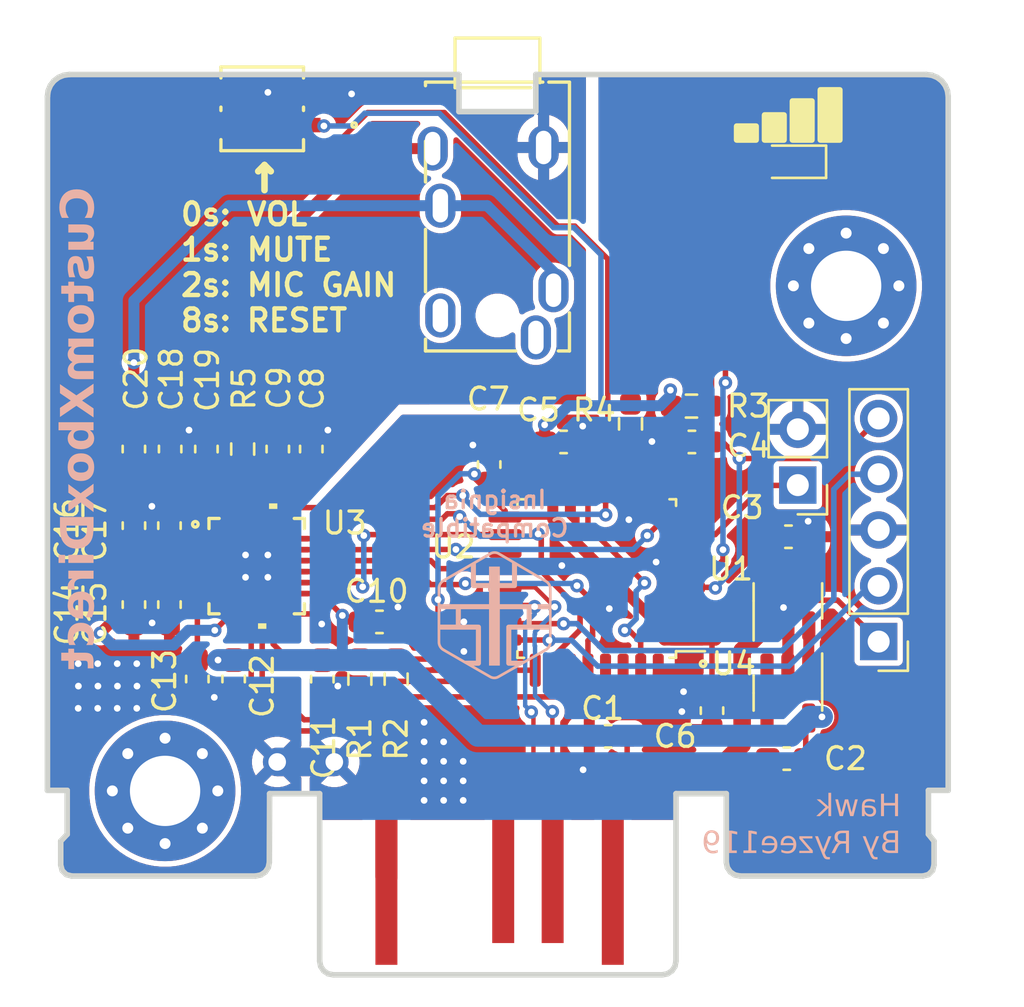
<source format=kicad_pcb>
(kicad_pcb (version 20241229) (generator "pcbnew") (generator_version "9.0")
  (title_block (title "Hawk") (date "March 2024") (rev "1") (company "Ryzee119"))
  (layers (0 "F.Cu" signal) (2 "B.Cu" signal) (13 "F.Paste" user) (15 "B.Paste" user) (5 "F.SilkS" user "F.Silkscreen") (7 "B.SilkS" user "B.Silkscreen") (1 "F.Mask" user) (3 "B.Mask" user) (25 "Edge.Cuts" user))
  (net 0 "")
  (net 1 "GND")
  (net 2 "+1V8")
  (net 3 "/NRESET")
  (net 4 "+5V")
  (net 5 "/SWDCLK")
  (net 6 "/I2C1_SCL")
  (net 7 "/I2C1_SDA")
  (net 8 "/USB_DP")
  (net 9 "/UART2_TX")
  (net 10 "/MCLK")
  (net 11 "/!IRQ")
  (net 12 "/BCLK")
  (net 13 "/LPCLK")
  (net 14 "/SDIN")
  (net 15 "/SDOUT")
  (net 16 "Net-(D1-K)")
  (net 17 "Net-(D1-A)")
  (net 18 "GNDA")
  (net 19 "/USB_DN")
  (net 20 "Net-(U3-MICLN)")
  (net 21 "Net-(U3-MICLP)")
  (net 22 "Net-(U3-REF)")
  (net 23 "Net-(U3-PREG)")
  (net 24 "Net-(U3-REG)")
  (net 25 "Net-(U3-MICBIAS)")
  (net 28 "Net-(U2-PB0)")
  (net 37 "/SWDIO")
  (net 40 "/MIC")
  (net 41 "/SPKR")
  (net 42 "+3V3")
  (net 43 "Net-(U3-OUTP)")
  (footprint "Capacitor_SMD:C_0603_1608Metric_Pad1.08x0.95mm_HandSolder" (layer "F.Cu") (at 158.3944 110.8456 -90)
    (property "Reference" "C6")
    (property "Value" "100nF")
  )
  (footprint "Capacitor_SMD:C_0603_1608Metric_Pad1.08x0.95mm_HandSolder" (layer "F.Cu") (at 153.67 112.014 180)
    (property "Reference" "C1")
    (property "Value" "10uF")
  )
  (footprint "MountingHole:MountingHole_3.2mm_M3_Pad_Via" (layer "F.Cu") (at 133.5 114.5)
    (property "Reference" "H1" (hide yes))
    (property "Value" "MountingHole")
  )
  (footprint "Resistor_SMD:R_0603_1608Metric_Pad0.98x0.95mm_HandSolder" (layer "F.Cu") (at 154.686 97.79 -90)
    (property "Reference" "R4")
    (property "Value" "1.5k" (hide yes))
  )
  (footprint "Capacitor_SMD:C_0603_1608Metric_Pad1.08x0.95mm_HandSolder" (layer "F.Cu") (at 140.1547 98.933 -90)
    (property "Reference" "C8")
    (property "Value" "1uF" (hide yes))
  )
  (footprint "NetTie:NetTie-2_THT_Pad1.0mm" (layer "F.Cu") (at 141.2032 113.1824 180)
    (property "Reference" "NT1" (hide yes))
    (property "Value" "NetTie_2" (hide yes))
  )
  (footprint "Connector_PinHeader_2.54mm:PinHeader_1x02_P2.54mm_Vertical" (layer "F.Cu") (at 162.3 100.575 180)
    (property "Reference" "J1" (hide yes))
    (property "Value" "UART2")
  )
  (footprint "TestPoint:TestPoint_Pad_1.0x1.0mm" (layer "F.Cu") (at 148.890614 117.929844 180)
    (property "Reference" "TP4" (hide yes))
    (property "Value" "USB_DP")
  )
  (footprint "Capacitor_SMD:C_0603_1608Metric_Pad1.08x0.95mm_HandSolder" (layer "F.Cu") (at 157.48 98.61 180)
    (property "Reference" "C4")
    (property "Value" "100nF")
  )
  (footprint "EVQ_P7L01P:EVQ_P7_PAN" (layer "F.Cu") (at 137.922 83.439 180)
    (property "Reference" "SW1" (hide yes))
    (property "Value" "EVQ-P7L01P" (hide yes))
  )
  (footprint "Capacitor_SMD:C_0603_1608Metric_Pad1.08x0.95mm_HandSolder" (layer "F.Cu") (at 161.798 113.03 180)
    (property "Reference" "C2")
    (property "Value" "10uF")
  )
  (footprint "Capacitor_SMD:C_0603_1608Metric_Pad1.08x0.95mm_HandSolder" (layer "F.Cu") (at 138.6307 98.933 -90)
    (property "Reference" "C9")
    (property "Value" "1uF" (hide yes))
  )
  (footprint "Capacitor_SMD:C_0603_1608Metric_Pad1.08x0.95mm_HandSolder" (layer "F.Cu") (at 135.382 98.933 90)
    (property "Reference" "C19")
    (property "Value" "1uF" (hide yes))
  )
  (footprint "Package_TO_SOT_SMD:SOT-23-5" (layer "F.Cu") (at 161.8488 105.8473 90)
    (property "Reference" "U1")
    (property "Value" "MIC5504-3.3YM5")
  )
  (footprint "Resistor_SMD:R_0603_1608Metric_Pad0.98x0.95mm_HandSolder" (layer "F.Cu") (at 142.367 109.411 -90)
    (property "Reference" "R1")
    (property "Value" "1.5k" (hide yes))
  )
  (footprint "Package_QFP:LQFP-32_7x7mm_P0.8mm" (layer "F.Cu") (at 153.1485 104.8295 180)
    (property "Reference" "U2")
    (property "Value" "STM32G431K6Tx")
  )
  (footprint "Capacitor_SMD:C_0603_1608Metric_Pad1.08x0.95mm_HandSolder" (layer "F.Cu") (at 161.8753 102.9263)
    (property "Reference" "C3")
    (property "Value" "10uF")
  )
  (footprint "Capacitor_SMD:C_0603_1608Metric_Pad1.08x0.95mm_HandSolder" (layer "F.Cu") (at 133.731 98.933 90)
    (property "Reference" "C18")
    (property "Value" "1uF" (hide yes))
  )
  (footprint "LED_SMD:LED_0603_1608Metric_Pad1.05x0.95mm_HandSolder" (layer "F.Cu") (at 161.9275 85.8495 180)
    (property "Reference" "D1" (hide yes))
    (property "Value" "LED")
  )
  (footprint "Capacitor_SMD:C_0603_1608Metric_Pad1.08x0.95mm_HandSolder" (layer "F.Cu") (at 140.6591 109.411 -90)
    (property "Reference" "C11")
    (property "Value" "1uF")
  )
  (footprint "Capacitor_SMD:C_0603_1608Metric_Pad1.08x0.95mm_HandSolder" (layer "F.Cu") (at 148.2525 99.6385 90)
    (property "Reference" "C7")
    (property "Value" "100nF")
  )
  (footprint "Capacitor_SMD:C_0603_1608Metric_Pad1.08x0.95mm_HandSolder" (layer "F.Cu") (at 136.6207 109.405 -90)
    (property "Reference" "C12")
    (property "Value" "10uF")
  )
  (footprint "Capacitor_SMD:C_0603_1608Metric_Pad1.08x0.95mm_HandSolder" (layer "F.Cu") (at 132.0825 102.42 90)
    (property "Reference" "C16")
    (property "Value" "1uF")
  )
  (footprint "Connector_PinHeader_2.54mm:PinHeader_1x05_P2.54mm_Vertical" (layer "F.Cu") (at 165.98 107.7 180)
    (property "Reference" "J2" (hide yes))
    (property "Value" "SWD")
  )
  (footprint "Package_TO_SOT_SMD:SOT-23-5" (layer "F.Cu") (at 161.8488 110.0438 -90)
    (property "Reference" "U4")
    (property "Value" "MIC5504-1.8YM5")
  )
  (footprint "Capacitor_SMD:C_0603_1608Metric_Pad1.08x0.95mm_HandSolder" (layer "F.Cu") (at 133.6997 106.016 -90)
    (property "Reference" "C15")
    (property "Value" "1uF")
  )
  (footprint "MAX9860:21-0139I_T2444-4_MXM" (layer "F.Cu") (at 137.6705 104.2645)
    (property "Reference" "U3")
    (property "Value" "MAX9860ETG+T")
  )
  (footprint "Capacitor_SMD:C_0603_1608Metric_Pad1.08x0.95mm_HandSolder" (layer "F.Cu") (at 133.6997 102.42 90)
    (property "Reference" "C17")
    (property "Value" "1uF")
  )
  (footprint "Capacitor_SMD:C_0603_1608Metric_Pad1.08x0.95mm_HandSolder" (layer "F.Cu") (at 151.6391 98.61)
    (property "Reference" "C5")
    (property "Value" "100nF")
  )
  (footprint "MountingHole:MountingHole_3.2mm_M3_Pad_Via" (layer "F.Cu") (at 164.5 91.5)
    (property "Reference" "H2" (hide yes))
    (property "Value" "MountingHole")
  )
  (footprint "54-00298:54-00298" (layer "F.Cu") (at 148.63 82.35)
    (property "Reference" "J3" (hide yes))
    (property "Value" "54-00298" (hide yes))
  )
  (footprint "TestPoint:TestPoint_Pad_1.0x1.0mm" (layer "F.Cu") (at 151.141155 117.929844 180)
    (property "Reference" "TP3" (hide yes))
    (property "Value" "USB_DM")
  )
  (footprint "Capacitor_SMD:C_0603_1608Metric_Pad1.08x0.95mm_HandSolder" (layer "F.Cu") (at 132.08 98.933 -90)
    (property "Reference" "C20")
    (property "Value" "10uF" (hide yes))
  )
  (footprint "Resistor_SMD:R_0603_1608Metric_Pad0.98x0.95mm_HandSolder" (layer "F.Cu") (at 137.033 98.933 -90)
    (property "Reference" "R5")
    (property "Value" "1.5k" (hide yes))
  )
  (footprint "Capacitor_SMD:C_0603_1608Metric_Pad1.08x0.95mm_HandSolder" (layer "F.Cu") (at 143.2585 106.8045)
    (property "Reference" "C10")
    (property "Value" "1uF")
  )
  (footprint "TestPoint:TestPoint_Pad_1.0x1.0mm" (layer "F.Cu") (at 153.878516 118.421729 180)
    (property "Reference" "TP1" (hide yes))
    (property "Value" "USB_5V")
  )
  (footprint "Resistor_SMD:R_0603_1608Metric_Pad0.98x0.95mm_HandSolder" (layer "F.Cu") (at 144.018 109.411 -90)
    (property "Reference" "R2")
    (property "Value" "1.5k" (hide yes))
  )
  (footprint "TestPoint:TestPoint_Pad_1.0x1.0mm" (layer "F.Cu") (at 143.574057 118.421729 180)
    (property "Reference" "TP2" (hide yes))
    (property "Value" "USB_GND")
  )
  (footprint "Capacitor_SMD:C_0603_1608Metric_Pad1.08x0.95mm_HandSolder" (layer "F.Cu") (at 134.9697 109.405 -90)
    (property "Reference" "C13")
    (property "Value" "100nF")
  )
  (footprint "Resistor_SMD:R_0603_1608Metric_Pad0.98x0.95mm_HandSolder" (layer "F.Cu") (at 157.4605 96.9772 180)
    (property "Reference" "R3")
    (property "Value" "150")
  )
  (footprint "Capacitor_SMD:C_0603_1608Metric_Pad1.08x0.95mm_HandSolder" (layer "F.Cu") (at 132.0825 106.016 -90)
    (property "Reference" "C14")
    (property "Value" "1uF")
  )
  (footprint "LOGO" (layer "B.Cu") (at 148.5 106.5 180)
    (property "Reference" "G***" (hide yes))
    (property "Value" "LOGO" (hide yes))
  )
  (gr_circle (center 134.8765 102.3595) (end 135.0035 102.3595) (stroke (width 0.15)) (fill no) (layer "F.SilkS"))
  (gr_circle (center 157.9905 108.7095) (end 158.1175 108.7095) (stroke (width 0.15)) (fill no) (layer "F.SilkS"))
  (gr_line (start 146.8763 81.8765) (end 129.1455 81.8765) (stroke (width 0.254)) (layer "Edge.Cuts"))
  (gr_line (start 159.4313 118.3289) (end 159.6705 118.3765) (stroke (width 0.254)) (layer "Edge.Cuts"))
  (gr_line (start 128.817 118.1265) (end 129 118.3095) (stroke (width 0.254)) (layer "Edge.Cuts"))
  (gr_line (start 138.1979 117.9907) (end 138.2455 117.7515) (stroke (width 0.254)) (layer "Edge.Cuts"))
  (gr_line (start 150.3763 81.8765) (end 150.3763 83.566) (stroke (width 0.254)) (layer "Edge.Cuts"))
  (gr_line (start 169.1455 114.4765) (end 168.2455 114.4765) (stroke (width 0.254)) (layer "Edge.Cuts"))
  (gr_line (start 168 118.3765) (end 168.25 118.3095) (stroke (width 0.254)) (layer "Edge.Cuts"))
  (gr_line (start 128.4384 82.1694) (end 128.2795 82.3765) (stroke (width 0.254)) (layer "Edge.Cuts"))
  (gr_line (start 168.433 118.1265) (end 168.5 117.8765) (stroke (width 0.254)) (layer "Edge.Cuts"))
  (gr_line (start 169.1114 82.6177) (end 169.0115 82.3765) (stroke (width 0.254)) (layer "Edge.Cuts"))
  (gr_line (start 168 118.3765) (end 159.6705 118.3765) (stroke (width 0.254)) (layer "Edge.Cuts"))
  (gr_line (start 128.2795 82.3765) (end 128.1796 82.6177) (stroke (width 0.254)) (layer "Edge.Cuts"))
  (gr_line (start 137.8597 118.3289) (end 138.0624 118.1934) (stroke (width 0.254)) (layer "Edge.Cuts"))
  (gr_line (start 128.1796 82.6177) (end 128.1455 82.8765) (stroke (width 0.254)) (layer "Edge.Cuts"))
  (gr_line (start 159.2286 118.1934) (end 159.4313 118.3289) (stroke (width 0.254)) (layer "Edge.Cuts"))
  (gr_line (start 129 118.3095) (end 129.25 118.3765) (stroke (width 0.254)) (layer "Edge.Cuts"))
  (gr_line (start 138.0624 118.1934) (end 138.1979 117.9907) (stroke (width 0.254)) (layer "Edge.Cuts"))
  (gr_line (start 140.5355 114.6265) (end 138.258 114.6265) (stroke (width 0.254)) (layer "Edge.Cuts"))
  (gr_line (start 140.7186 122.6934) (end 140.9213 122.8289) (stroke (width 0.254)) (layer "Edge.Cuts"))
  (gr_line (start 168.6455 82.0105) (end 168.4043 81.9106) (stroke (width 0.254)) (layer "Edge.Cuts"))
  (gr_line (start 140.9213 122.8289) (end 141.1605 122.8765) (stroke (width 0.254)) (layer "Edge.Cuts"))
  (gr_line (start 168.2455 114.4765) (end 168.2455 116.4765) (stroke (width 0.254)) (layer "Edge.Cuts"))
  (gr_line (start 156.5724 122.6934) (end 156.7079 122.4907) (stroke (width 0.254)) (layer "Edge.Cuts"))
  (gr_line (start 156.1305 122.8765) (end 141.1605 122.8765) (stroke (width 0.254)) (layer "Edge.Cuts"))
  (gr_line (start 168.25 118.3095) (end 168.433 118.1265) (stroke (width 0.254)) (layer "Edge.Cuts"))
  (gr_line (start 156.7079 122.4907) (end 156.7555 122.2515) (stroke (width 0.254)) (layer "Edge.Cuts"))
  (gr_line (start 137.6205 118.3765) (end 137.8597 118.3289) (stroke (width 0.254)) (layer "Edge.Cuts"))
  (gr_line (start 137.6205 118.3765) (end 129.25 118.3765) (stroke (width 0.254)) (layer "Edge.Cuts"))
  (gr_line (start 140.5831 122.4907) (end 140.7186 122.6934) (stroke (width 0.254)) (layer "Edge.Cuts"))
  (gr_line (start 159.0455 114.6265) (end 159.0455 117.7515) (stroke (width 0.254)) (layer "Edge.Cuts"))
  (gr_line (start 128.6455 82.0105) (end 128.4384 82.1694) (stroke (width 0.254)) (layer "Edge.Cuts"))
  (gr_line (start 129.1455 81.8765) (end 128.8867 81.9106) (stroke (width 0.254)) (layer "Edge.Cuts"))
  (gr_line (start 129.0455 116.4765) (end 128.75 116.7892) (stroke (width 0.254)) (layer "Edge.Cuts"))
  (gr_line (start 168.5 116.7892) (end 168.2455 116.4765) (stroke (width 0.254)) (layer "Edge.Cuts"))
  (gr_line (start 168.1455 81.8765) (end 150.3763 81.8765) (stroke (width 0.254)) (layer "Edge.Cuts"))
  (gr_line (start 156.1305 122.8765) (end 156.3697 122.8289) (stroke (width 0.254)) (layer "Edge.Cuts"))
  (gr_line (start 140.5355 122.2515) (end 140.5831 122.4907) (stroke (width 0.254)) (layer "Edge.Cuts"))
  (gr_line (start 129.0455 114.4765) (end 129.0455 116.4765) (stroke (width 0.254)) (layer "Edge.Cuts"))
  (gr_line (start 168.4043 81.9106) (end 168.1455 81.8765) (stroke (width 0.254)) (layer "Edge.Cuts"))
  (gr_line (start 168.8526 82.1694) (end 168.6455 82.0105) (stroke (width 0.254)) (layer "Edge.Cuts"))
  (gr_line (start 128.8867 81.9106) (end 128.6455 82.0105) (stroke (width 0.254)) (layer "Edge.Cuts"))
  (gr_line (start 128.1455 82.8765) (end 128.1455 114.4765) (stroke (width 0.254)) (layer "Edge.Cuts"))
  (gr_line (start 150.3763 83.566) (end 146.8763 83.566) (stroke (width 0.254)) (layer "Edge.Cuts"))
  (gr_line (start 128.75 117.8765) (end 128.817 118.1265) (stroke (width 0.254)) (layer "Edge.Cuts"))
  (gr_line (start 146.8763 83.566) (end 146.8763 81.8765) (stroke (width 0.254)) (layer "Edge.Cuts"))
  (gr_line (start 156.3697 122.8289) (end 156.5724 122.6934) (stroke (width 0.254)) (layer "Edge.Cuts"))
  (gr_line (start 138.258 114.6265) (end 138.2455 117.7515) (stroke (width 0.254)) (layer "Edge.Cuts"))
  (gr_line (start 159.0455 114.6265) (end 156.7555 114.6265) (stroke (width 0.254)) (layer "Edge.Cuts"))
  (gr_line (start 129.0455 114.4765) (end 128.1455 114.4765) (stroke (width 0.254)) (layer "Edge.Cuts"))
  (gr_line (start 128.75 116.7892) (end 128.75 117.8765) (stroke (width 0.254)) (layer "Edge.Cuts"))
  (gr_line (start 156.7555 114.6265) (end 156.7555 122.2515) (stroke (width 0.254)) (layer "Edge.Cuts"))
  (gr_line (start 140.5355 114.6265) (end 140.5355 122.2515) (stroke (width 0.254)) (layer "Edge.Cuts"))
  (gr_line (start 169.1455 82.8765) (end 169.1114 82.6177) (stroke (width 0.254)) (layer "Edge.Cuts"))
  (gr_line (start 159.0931 117.9907) (end 159.2286 118.1934) (stroke (width 0.254)) (layer "Edge.Cuts"))
  (gr_line (start 169.1455 82.8765) (end 169.1455 114.4765) (stroke (width 0.254)) (layer "Edge.Cuts"))
  (gr_line (start 168.5 116.7892) (end 168.5 117.8765) (stroke (width 0.254)) (layer "Edge.Cuts"))
  (gr_line (start 169.0115 82.3765) (end 168.8526 82.1694) (stroke (width 0.254)) (layer "Edge.Cuts"))
  (gr_line (start 159.0455 117.7515) (end 159.0931 117.9907) (stroke (width 0.254)) (layer "Edge.Cuts"))
  (gr_text "↑" (at 136.9 87.34 0) (layer "F.SilkS") (effects (font (size 1.5 1.5) (thickness 0.3) (bold yes)) (justify left bottom)))
  (gr_text "Hawk\nBy Ryzee119" (at 167 117.5 0) (layer "B.SilkS") (effects (font (size 1 1) (thickness 0.125)) (justify left bottom mirror)))
  (gr_text "Insignia\nCompatible" (at 148.5 103 0) (layer "B.SilkS") (effects (font (size 0.8 0.8)) (justify bottom mirror)))
  (gr_text "CustomXboxDirect" (at 130.5 87 90) (layer "B.SilkS") (effects (font (size 1.5 1.5) (thickness 0.3) (bold yes)) (justify left bottom mirror)))
  (gr_text_box "0s: VOL\n1s: MUTE\n2s: MIC GAIN\n8s: RESET" (start 133.36 86.91) (end 153.36 97.91) (margins 0.75 0.75 0.75 0.75) (layer "F.SilkS") (effects (font (size 1 1) (thickness 0.2) (bold yes)) (justify left top)) (border no))
  (segment (start 152.8075 112.014) (end 152.8075 113.2575) (width 0.25) (layer "F.Cu") (net 1))
  (segment (start 144.1 106.7835) (end 144.121 106.8045) (width 0.5) (layer "F.Cu") (net 1))
  (segment (start 157.0228 111.3536) (end 157.3773 111.7081) (width 0.5) (layer "F.Cu") (net 1))
  (segment (start 154.7985 98.59) (end 154.686 98.7025) (width 0.5) (layer "F.Cu") (net 1))
  (segment (start 140.63 106.84) (end 140.23 106.44) (width 0.25) (layer "F.Cu") (net 1))
  (segment (start 144.1 106.13) (end 144.1 106.7835) (width 0.5) (layer "F.Cu") (net 1))
  (segment (start 151.9485 99.1631) (end 151.9485 100.6545) (width 0.5) (layer "F.Cu") (net 1))
  (segment (start 161.8488 108.9063) (end 161.8488 106.9848) (width 0.5) (layer "F.Cu") (net 1))
  (segment (start 155.66 98.59) (end 156.5975 98.59) (width 0.5) (layer "F.Cu") (net 1))
  (segment (start 141.206167 109.726433) (end 140.6591 110.2735) (width 0.5) (layer "F.Cu") (net 1))
  (segment (start 161.8488 106.3498) (end 161.8488 106.9848) (width 0.25) (layer "F.Cu") (net 1))
  (segment (start 141.362382 109.726433) (end 141.206167 109.726433) (width 0.5) (layer "F.Cu") (net 1))
  (segment (start 147.51 98.75) (end 148.2265 98.75) (width 0.5) (layer "F.Cu") (net 1))
  (segment (start 143.574057 118.421729) (end 143.574057 114.6785) (width 1) (layer "F.Cu") (net 1))
  (segment (start 156.5975 98.59) (end 156.6175 98.61) (width 0.5) (layer "F.Cu") (net 1))
  (segment (start 152.8075 113.2575) (end 152.527 113.538) (width 0.25) (layer "F.Cu") (net 1))
  (segment (start 148.2265 98.75) (end 148.2525 98.776) (width 0.5) (layer "F.Cu") (net 1))
  (segment (start 157.0228 110.888157) (end 157.0228 111.3536) (width 0.5) (layer "F.Cu") (net 1))
  (segment (start 155.66 98.59) (end 154.7985 98.59) (width 0.5) (layer "F.Cu") (net 1))
  (segment (start 161.6495 106.1505) (end 161.8488 106.3498) (width 0.25) (layer "F.Cu") (net 1))
  (segment (start 152.51 98.6016) (end 151.9485 99.1631) (width 0.5) (layer "F.Cu") (net 1))
  (segment (start 140.23 106.44) (end 139.1021 106.44) (width 0.25) (layer "F.Cu") (net 1))
  (segment (start 152.51 97.89) (end 152.51 98.6016) (width 0.5) (layer "F.Cu") (net 1))
  (segment (start 139.1021 106.44) (end 138.9205 106.2584) (width 0.25) (layer "F.Cu") (net 1))
  (segment (start 143.574057 118.421729) (end 143.574057 114.837057) (width 1) (layer "F.Cu") (net 1))
  (segment (start 140.63 106.9) (end 140.63 106.84) (width 0.25) (layer "F.Cu") (net 1))
  (segment (start 157.3773 111.7081) (end 158.3944 111.7081) (width 0.5) (layer "F.Cu") (net 1))
  (via (at 146.1795 112.2655) (size 0.61) (drill 0.305) (layers "F.Cu" "B.Cu") (net 1))
  (via (at 153.72 106.2) (size 0.61) (drill 0.305) (layers "F.Cu" "B.Cu") (net 1))
  (via (at 152.51 97.89) (size 0.61) (drill 0.305) (layers "F.Cu" "B.Cu") (net 1))
  (via (at 145.2905 112.2655) (size 0.61) (drill 0.305) (layers "F.Cu" "B.Cu") (net 1))
  (via (at 147.1 108.15) (size 0.61) (drill 0.305) (layers "F.Cu" "B.Cu") (net 1))
  (via (at 157.099 109.982) (size 0.61) (drill 0.305) (layers "F.Cu" "B.Cu") (net 1))
  (via (at 162.77 102.22) (size 0.61) (drill 0.305) (layers "F.Cu" "B.Cu") (net 1))
  (via (at 147.0685 114.9325) (size 0.61) (drill 0.305) (layers "F.Cu" "B.Cu") (net 1))
  (via (at 155.66 98.59) (size 0.61) (drill 0.305) (layers "F.Cu" "B.Cu") (net 1))
  (via (at 145.2905 113.1545) (size 0.61) (drill 0.305) (layers "F.Cu" "B.Cu") (net 1))
  (via (at 145.2905 114.0435) (size 0.61) (drill 0.305) (layers "F.Cu" "B.Cu") (net 1))
  (via (at 141.362382 109.726433) (size 0.61) (drill 0.305) (layers "F.Cu" "B.Cu") (net 1))
  (via (at 146.1795 113.1545) (size 0.61) (drill 0.305) (layers "F.Cu" "B.Cu") (net 1))
  (via (at 157.0228 110.888157) (size 0.61) (drill 0.305) (layers "F.Cu" "B.Cu") (net 1))
  (via (at 146.1795 114.9325) (size 0.61) (drill 0.305) (layers "F.Cu" "B.Cu") (net 1))
  (via (at 146.1795 114.0435) (size 0.61) (drill 0.305) (layers "F.Cu" "B.Cu") (net 1))
  (via (at 140.63 106.9) (size 0.61) (drill 0.305) (layers "F.Cu" "B.Cu") (net 1))
  (via (at 145.2905 114.9325) (size 0.61) (drill 0.305) (layers "F.Cu" "B.Cu") (net 1))
  (via (at 155.85 104.08) (size 0.61) (drill 0.305) (layers "F.Cu" "B.Cu") (net 1))
  (via (at 147.51 98.75) (size 0.61) (drill 0.305) (layers "F.Cu" "B.Cu") (net 1))
  (via (at 147.0685 113.1545) (size 0.61) (drill 0.305) (layers "F.Cu" "B.Cu") (net 1))
  (via (at 152.527 113.538) (size 0.61) (drill 0.305) (layers "F.Cu" "B.Cu") (net 1))
  (via (at 147.0685 114.0435) (size 0.61) (drill 0.305) (layers "F.Cu" "B.Cu") (net 1))
  (via (at 154.61 102.15) (size 0.61) (drill 0.305) (layers "F.Cu" "B.Cu") (net 1))
  (via micro (at 161.6495 106.1505) (size 0.61) (drill 0.305) (layers "F.Cu" "B.Cu") (net 1))
  (via (at 145.2905 111.3765) (size 0.61) (drill 0.305) (layers "F.Cu" "B.Cu") (net 1))
  (via (at 147.1 106.8) (size 0.61) (drill 0.305) (layers "F.Cu" "B.Cu") (net 1))
  (via (at 144.1 106.13) (size 0.61) (drill 0.305) (layers "F.Cu" "B.Cu") (net 1))
  (via (at 151.56 104.24) (size 0.61) (drill 0.305) (layers "F.Cu" "B.Cu") (net 1))
  (segment (start 135.91 108.5425) (end 136.6207 108.5425) (width 0.5) (layer "F.Cu") (net 2))
  (segment (start 141.5685 106.5115) (end 140.5715 105.5145) (width 0.25) (layer "F.Cu") (net 2))
  (segment (start 135.91 108.5425) (end 134.9697 108.5425) (width 0.5) (layer "F.Cu") (net 2))
  (segment (start 162.6605 113.03) (end 162.6605 111.3196) (width 0.25) (layer "F.Cu") (net 2))
  (segment (start 142.396 106.8045) (end 141.8615 106.8045) (width 0.25) (layer "F.Cu") (net 2))
  (segment (start 135.1505 105.5145) (end 135.6766 105.5145) (width 0.25) (layer "F.Cu") (net 2))
  (segment (start 141.8615 106.8045) (end 141.5685 106.5115) (width 0.25) (layer "F.Cu") (net 2))
  (segment (start 134.9697 108.2353) (end 134.9697 105.6953) (width 0.25) (layer "F.Cu") (net 2))
  (segment (start 140.5715 105.5145) (end 139.6644 105.5145) (width 0.25) (layer "F.Cu") (net 2))
  (segment (start 134.9697 105.6953) (end 135.1505 105.5145) (width 0.25) (layer "F.Cu") (net 2))
  (via (at 163.4 111.13) (size 0.61) (drill 0.305) (layers "F.Cu" "B.Cu") (net 2))
  (via (at 141.5685 106.5115) (size 0.61) (drill 0.305) (layers "F.Cu" "B.Cu") (net 2))
  (via (at 135.91 108.5425) (size 0.61) (drill 0.305) (layers "F.Cu" "B.Cu") (net 2))
  (segment (start 140.8055 108.5425) (end 144.29079 108.5425) (width 1) (layer "B.Cu") (net 2))
  (segment (start 162.8501 111.13) (end 163.4 111.13) (width 1) (layer "B.Cu") (net 2))
  (segment (start 135.91 108.5425) (end 140.8055 108.5425) (width 1) (layer "B.Cu") (net 2))
  (segment (start 147.735947 111.987657) (end 161.992443 111.987657) (width 1) (layer "B.Cu") (net 2))
  (segment (start 141.5685 108.5425) (end 140.8055 108.5425) (width 0.5) (layer "B.Cu") (net 2))
  (segment (start 144.29079 108.5425) (end 147.735947 111.987657) (width 1) (layer "B.Cu") (net 2))
  (segment (start 161.992443 111.987657) (end 162.8501 111.13) (width 1) (layer "B.Cu") (net 2))
  (segment (start 141.5685 106.5115) (end 141.5685 108.5425) (width 0.5) (layer "B.Cu") (net 2))
  (segment (start 158.5187 105.2295) (end 157.3235 105.2295) (width 0.25) (layer "F.Cu") (net 3))
  (segment (start 159.639 99.3648) (end 164.1602 99.3648) (width 0.25) (layer "F.Cu") (net 3))
  (segment (start 158.8842 98.61) (end 158.3425 98.61) (width 0.25) (layer "F.Cu") (net 3))
  (segment (start 158.5468 105.2576) (end 158.5187 105.2295) (width 0.25) (layer "F.Cu") (net 3))
  (segment (start 164.1602 99.3648) (end 165.989 97.536) (width 0.25) (layer "F.Cu") (net 3))
  (segment (start 159.639 99.3648) (end 158.8842 98.61) (width 0.25) (layer "F.Cu") (net 3))
  (via micro (at 159.639 99.3648) (size 0.61) (drill 0.305) (layers "F.Cu" "B.Cu") (net 3))
  (via micro (at 158.5468 105.2576) (size 0.61) (drill 0.305) (layers "F.Cu" "B.Cu") (net 3))
  (segment (start 159.639 104.1654) (end 159.639 99.3648) (width 0.25) (layer "B.Cu") (net 3))
  (segment (start 159.639 104.1654) (end 158.5468 105.2576) (width 0.25) (layer "B.Cu") (net 3))
  (segment (start 153.878516 118.421729) (end 153.878516 114.091484) (width 0.8) (layer "F.Cu") (net 4))
  (segment (start 160.8988 107.0712) (end 160.909 107.061) (width 0.25) (layer "F.Cu") (net 4))
  (segment (start 159.766 112.395) (end 159.766 108.1176) (width 0.8) (layer "F.Cu") (net 4))
  (segment (start 160.8226 107.061) (end 160.909 107.061) (width 0.8) (layer "F.Cu") (net 4))
  (segment (start 154.5615 113.4085) (end 158.7525 113.4085) (width 0.8) (layer "F.Cu") (net 4))
  (segment (start 160.8988 109.9972) (end 160.9344 110.0328) (width 0.25) (layer "F.Cu") (net 4))
  (segment (start 160.909 107.061) (end 160.909 106.9746) (width 0.8) (layer "F.Cu") (net 4))
  (segment (start 160.909 106.9746) (end 160.8988 106.9848) (width 0.8) (layer "F.Cu") (net 4))
  (segment (start 162.7988 109.8956) (end 162.6616 110.0328) (width 0.5) (layer "F.Cu") (net 4))
  (segment (start 162.7988 108.9063) (end 162.7988 106.9848) (width 0.5) (layer "F.Cu") (net 4))
  (segment (start 160.8988 108.9063) (end 160.8988 109.9972) (width 0.25) (layer "F.Cu") (net 4))
  (segment (start 160.9344 110.0328) (end 159.8676 110.0328) (width 0.5) (layer "F.Cu") (net 4))
  (segment (start 154.5325 113.3795) (end 154.5615 113.4085) (width 0.25) (layer "F.Cu") (net 4))
  (segment (start 154.5325 112.014) (end 154.5325 113.3795) (width 0.25) (layer "F.Cu") (net 4))
  (segment (start 162.6616 110.0328) (end 160.9344 110.0328) (width 0.5) (layer "F.Cu") (net 4))
  (segment (start 162.7988 108.9063) (end 162.7988 109.8956) (width 0.5) (layer "F.Cu") (net 4))
  (segment (start 158.7525 113.4085) (end 159.766 112.395) (width 0.8) (layer "F.Cu") (net 4))
  (segment (start 153.878516 114.091484) (end 154.5615 113.4085) (width 0.8) (layer "F.Cu") (net 4))
  (segment (start 159.766 108.1176) (end 160.8226 107.061) (width 0.8) (layer "F.Cu") (net 4))
  (segment (start 150.9695 107.6295) (end 148.9735 107.6295) (width 0.25) (layer "F.Cu") (net 5))
  (segment (start 150.98 107.64) (end 150.9695 107.6295) (width 0.25) (layer "F.Cu") (net 5))
  (via micro (at 150.98 107.64) (size 0.61) (drill 0.305) (layers "F.Cu" "B.Cu") (net 5))
  (segment (start 153.19 108.82) (end 161.89 108.82) (width 0.25) (layer "B.Cu") (net 5))
  (segment (start 165.97 105.15) (end 165.98 105.16) (width 0.25) (layer "B.Cu") (net 5))
  (segment (start 161.89 108.82) (end 165.56 105.15) (width 0.25) (layer "B.Cu") (net 5))
  (segment (start 165.56 105.15) (end 165.97 105.15) (width 0.25) (layer "B.Cu") (net 5))
  (segment (start 152.01 107.64) (end 153.19 108.82) (width 0.25) (layer "B.Cu") (net 5))
  (segment (start 150.98 107.64) (end 152.01 107.64) (width 0.25) (layer "B.Cu") (net 5))
  (segment (start 150.3485 109.0045) (end 149.1255 109.0045) (width 0.25) (layer "F.Cu") (net 6))
  (segment (start 143.182 109.511) (end 142.3695 110.3235) (width 0.25) (layer "F.Cu") (net 6))
  (segment (start 142.03 111.26) (end 139.83 111.26) (width 0.25) (layer "F.Cu") (net 6))
  (segment (start 142.3695 110.3605) (end 142.3695 110.9205) (width 0.25) (layer "F.Cu") (net 6))
  (segment (start 142.3695 110.9205) (end 142.03 111.26) (width 0.25) (layer "F.Cu") (net 6))
  (segment (start 148.619 109.511) (end 143.182 109.511) (width 0.25) (layer "F.Cu") (net 6))
  (segment (start 149.1255 109.0045) (end 148.619 109.511) (width 0.25) (layer "F.Cu") (net 6))
  (segment (start 139.83 111.26) (end 137.9205 109.3505) (width 0.25) (layer "F.Cu") (net 6))
  (segment (start 137.9205 109.3505) (end 137.9205 106.2584) (width 0.25) (layer "F.Cu") (net 6))
  (segment (start 137.4205 106.2584) (end 137.4205 109.5405) (width 0.25) (layer "F.Cu") (net 7))
  (segment (start 154.3485 110.056195) (end 154.3485 109.0045) (width 0.25) (layer "F.Cu") (net 7))
  (segment (start 139.65 111.77) (end 142.484 111.77) (width 0.25) (layer "F.Cu") (net 7))
  (segment (start 137.4205 109.5405) (end 139.65 111.77) (width 0.25) (layer "F.Cu") (net 7))
  (segment (start 154.184695 110.22) (end 154.3485 110.056195) (width 0.25) (layer "F.Cu") (net 7))
  (segment (start 142.484 111.77) (end 144.034 110.22) (width 0.25) (layer "F.Cu") (net 7))
  (segment (start 144.034 110.22) (end 154.184695 110.22) (width 0.25) (layer "F.Cu") (net 7))
  (segment (start 150.2664 111.0064) (end 150.2664 113.7666) (width 0.2) (layer "F.Cu") (net 8))
  (segment (start 150.17 110.91) (end 150.2664 111.0064) (width 0.2) (layer "F.Cu") (net 8))
  (segment (start 150.319917 106.110083) (end 150.239333 106.0295) (width 0.2) (layer "F.Cu") (net 8))
  (segment (start 150.2664 113.7666) (end 148.890614 115.142386) (width 0.2) (layer "F.Cu") (net 8))
  (segment (start 150.239333 106.0295) (end 148.9735 106.0295) (width 0.2) (layer "F.Cu") (net 8))
  (via micro (at 150.17 110.91) (size 0.61) (drill 0.305) (layers "F.Cu" "B.Cu") (net 8))
  (via micro (at 150.319917 106.110083) (size 0.61) (drill 0.305) (layers "F.Cu" "B.Cu") (net 8))
  (segment (start 150.319917 106.449916) (end 150.319917 106.110083) (width 0.2) (layer "B.Cu") (net 8))
  (segment (start 149.89 110.6216) (end 149.89 106.879833) (width 0.2) (layer "B.Cu") (net 8))
  (segment (start 149.89 106.879833) (end 150.319917 106.449916) (width 0.2) (layer "B.Cu") (net 8))
  (segment (start 150.17 110.91) (end 150.17 110.9016) (width 0.2) (layer "B.Cu") (net 8))
  (segment (start 150.17 110.9016) (end 149.89 110.6216) (width 0.2) (layer "B.Cu") (net 8))
  (segment (start 158.5365 102.8295) (end 160.777 100.589) (width 0.25) (layer "F.Cu") (net 9))
  (segment (start 157.3235 102.8295) (end 158.5365 102.8295) (width 0.25) (layer "F.Cu") (net 9))
  (segment (start 160.777 100.589) (end 162.306 100.589) (width 0.25) (layer "F.Cu") (net 9))
  (segment (start 142.494 105.2068) (end 142.301701 105.014501) (width 0.25) (layer "F.Cu") (net 10))
  (segment (start 142.5448 102.87) (end 142.5853 102.8295) (width 0.25) (layer "F.Cu") (net 10))
  (segment (start 142.5853 102.8295) (end 148.9735 102.8295) (width 0.25) (layer "F.Cu") (net 10))
  (segment (start 142.301701 105.014501) (end 139.6136 105.014501) (width 0.25) (layer "F.Cu") (net 10))
  (via micro (at 142.494 105.2068) (size 0.61) (drill 0.305) (layers "F.Cu" "B.Cu") (net 10))
  (via micro (at 142.5448 102.87) (size 0.61) (drill 0.305) (layers "F.Cu" "B.Cu") (net 10))
  (segment (start 142.494 105.2068) (end 142.5448 105.156) (width 0.25) (layer "B.Cu") (net 10))
  (segment (start 142.5448 105.156) (end 142.5448 102.87) (width 0.25) (layer "B.Cu") (net 10))
  (segment (start 153.553132 101.92704) (end 153.553132 100.659132) (width 0.25) (layer "F.Cu") (net 11))
  (segment (start 146.35 101.05) (end 145.8 101.6) (width 0.25) (layer "F.Cu") (net 11))
  (segment (start 147.05 101.05) (end 146.35 101.05) (width 0.25) (layer "F.Cu") (net 11))
  (segment (start 145.8 101.6) (end 139.192 101.6) (width 0.25) (layer "F.Cu") (net 11))
  (segment (start 139.192 101.6) (end 138.9205 101.8715) (width 0.25) (layer "F.Cu") (net 11))
  (segment (start 138.9205 101.8715) (end 138.9205 102.2706) (width 0.25) (layer "F.Cu") (net 11))
  (via micro (at 153.553132 101.92704) (size 0.61) (drill 0.305) (layers "F.Cu" "B.Cu") (net 11))
  (via micro (at 147.05 101.05) (size 0.61) (drill 0.305) (layers "F.Cu" "B.Cu") (net 11))
  (segment (start 147.839005 101.9048) (end 153.530892 101.9048) (width 0.25) (layer "B.Cu") (net 11))
  (segment (start 147.05 101.05) (end 147.17 101.17) (width 0.25) (layer "B.Cu") (net 11))
  (segment (start 147.17 101.17) (end 147.17 101.235795) (width 0.25) (layer "B.Cu") (net 11))
  (segment (start 153.530892 101.9048) (end 153.553132 101.92704) (width 0.25) (layer "B.Cu") (net 11))
  (segment (start 147.17 101.235795) (end 147.839005 101.9048) (width 0.25) (layer "B.Cu") (net 11))
  (segment (start 140.2159 103.0145) (end 139.6136 103.0145) (width 0.25) (layer "F.Cu") (net 12))
  (segment (start 151.1485 108.410396) (end 151.1485 109.0045) (width 0.254) (layer "F.Cu") (net 12))
  (segment (start 146.91 102.01) (end 146.91 101.97) (width 0.25) (layer "F.Cu") (net 12))
  (segment (start 141.101 102.1294) (end 140.2159 103.0145) (width 0.25) (layer "F.Cu") (net 12))
  (segment (start 150.622 102.942) (end 150.622 104.491) (width 0.254) (layer "F.Cu") (net 12))
  (segment (start 152.39 106.259) (end 152.39 107.168896) (width 0.254) (layer "F.Cu") (net 12))
  (segment (start 150.48 102.8) (end 150.622 102.942) (width 0.254) (layer "F.Cu") (net 12))
  (segment (start 146.1006 102.1294) (end 141.101 102.1294) (width 0.25) (layer "F.Cu") (net 12))
  (segment (start 146.91 101.97) (end 146.82 101.88) (width 0.25) (layer "F.Cu") (net 12))
  (segment (start 146.35 101.88) (end 146.1006 102.1294) (width 0.25) (layer "F.Cu") (net 12))
  (segment (start 146.82 101.88) (end 146.35 101.88) (width 0.25) (layer "F.Cu") (net 12))
  (segment (start 152.39 107.168896) (end 151.1485 108.410396) (width 0.254) (layer "F.Cu") (net 12))
  (segment (start 150.622 104.491) (end 152.39 106.259) (width 0.254) (layer "F.Cu") (net 12))
  (via micro (at 146.91 102.01) (size 0.61) (drill 0.305) (layers "F.Cu" "B.Cu") (net 12))
  (via micro (at 150.48 102.8) (size 0.61) (drill 0.305) (layers "F.Cu" "B.Cu") (net 12))
  (segment (start 150.379 102.901) (end 147.847902 102.901) (width 0.25) (layer "B.Cu") (net 12))
  (segment (start 147.847902 102.901) (end 146.956902 102.01) (width 0.25) (layer "B.Cu") (net 12))
  (segment (start 146.956902 102.01) (end 146.91 102.01) (width 0.25) (layer "B.Cu") (net 12))
  (segment (start 150.48 102.8) (end 150.379 102.901) (width 0.25) (layer "B.Cu") (net 12))
  (segment (start 155.9485 102.3695) (end 155.9485 100.6545) (width 0.25) (layer "F.Cu") (net 13))
  (segment (start 146.7358 103.505) (end 144.399 103.505) (width 0.25) (layer "F.Cu") (net 13))
  (segment (start 155.448 102.87) (end 155.9485 102.3695) (width 0.25) (layer "F.Cu") (net 13))
  (segment (start 144.399 103.505) (end 144.389501 103.514499) (width 0.25) (layer "F.Cu") (net 13))
  (segment (start 144.389501 103.514499) (end 139.6136 103.514499) (width 0.25) (layer "F.Cu") (net 13))
  (segment (start 146.7368 103.506) (end 146.7358 103.505) (width 0.25) (layer "F.Cu") (net 13))
  (via micro (at 155.448 102.87) (size 0.61) (drill 0.305) (layers "F.Cu" "B.Cu") (net 13))
  (via micro (at 146.7368 103.506) (size 0.61) (drill 0.305) (layers "F.Cu" "B.Cu") (net 13))
  (segment (start 146.7368 103.506) (end 154.812 103.506) (width 0.25) (layer "B.Cu") (net 13))
  (segment (start 154.812 103.506) (end 155.448 102.87) (width 0.25) (layer "B.Cu") (net 13))
  (segment (start 145.96 104.38) (end 147.72 104.38) (width 0.25) (layer "F.Cu") (net 14))
  (segment (start 139.6644 104.0145) (end 145.5945 104.0145) (width 0.25) (layer "F.Cu") (net 14))
  (segment (start 147.7695 104.4295) (end 148.9735 104.4295) (width 0.25) (layer "F.Cu") (net 14))
  (segment (start 145.5945 104.0145) (end 145.96 104.38) (width 0.25) (layer "F.Cu") (net 14))
  (segment (start 147.72 104.38) (end 147.7695 104.4295) (width 0.25) (layer "F.Cu") (net 14))
  (segment (start 145.0021 104.5145) (end 139.6644 104.5145) (width 0.25) (layer "F.Cu") (net 15))
  (segment (start 147.1676 105.0544) (end 147.1168 105.1052) (width 0.25) (layer "F.Cu") (net 15))
  (segment (start 152.7485 107.6615) (end 152.7485 109.0045) (width 0.25) (layer "F.Cu") (net 15))
  (segment (start 152.96 105.8684) (end 152.96 107.45) (width 0.25) (layer "F.Cu") (net 15))
  (segment (start 152.96 107.45) (end 152.7485 107.6615) (width 0.25) (layer "F.Cu") (net 15))
  (segment (start 145.5928 105.1052) (end 145.0021 104.5145) (width 0.25) (layer "F.Cu") (net 15))
  (segment (start 147.1168 105.1052) (end 145.5928 105.1052) (width 0.25) (layer "F.Cu") (net 15))
  (segment (start 152.2476 105.156) (end 152.96 105.8684) (width 0.25) (layer "F.Cu") (net 15))
  (via micro (at 147.1676 105.0544) (size 0.61) (drill 0.305) (layers "F.Cu" "B.Cu") (net 15))
  (via micro (at 152.2476 105.156) (size 0.61) (drill 0.305) (layers "F.Cu" "B.Cu") (net 15))
  (segment (start 152.2476 105.156) (end 152.146 105.0544) (width 0.25) (layer "B.Cu") (net 15))
  (segment (start 152.146 105.0544) (end 147.1676 105.0544) (width 0.25) (layer "B.Cu") (net 15))
  (segment (start 158.89375 103.99625) (end 158.4605 104.4295) (width 0.25) (layer "F.Cu") (net 16))
  (segment (start 158.89375 103.51675) (end 158.89375 103.99625) (width 0.25) (layer "F.Cu") (net 16))
  (segment (start 159.0065 90.4435) (end 162.8025 86.6475) (width 0.25) (layer "F.Cu") (net 16))
  (segment (start 162.8025 86.6475) (end 162.8025 85.8495) (width 0.25) (layer "F.Cu") (net 16))
  (segment (start 159.0065 95.9104) (end 159.0065 90.4435) (width 0.25) (layer "F.Cu") (net 16))
  (segment (start 158.4605 104.4295) (end 157.3235 104.4295) (width 0.25) (layer "F.Cu") (net 16))
  (via micro (at 158.89375 103.51675) (size 0.61) (drill 0.305) (layers "F.Cu" "B.Cu") (net 16))
  (via micro (at 159.0065 95.9104) (size 0.61) (drill 0.305) (layers "F.Cu" "B.Cu") (net 16))
  (segment (start 158.89375 96.02315) (end 159.0065 95.9104) (width 0.25) (layer "B.Cu") (net 16))
  (segment (start 158.89375 103.51675) (end 158.89375 96.02315) (width 0.25) (layer "B.Cu") (net 16))
  (segment (start 161.0525 85.8495) (end 161.0525 87.5875) (width 0.25) (layer "F.Cu") (net 17))
  (segment (start 158.3715 90.2685) (end 158.3715 93.3457) (width 0.25) (layer "F.Cu") (net 17))
  (segment (start 158.373 93.3472) (end 158.373 96.9772) (width 0.25) (layer "F.Cu") (net 17))
  (segment (start 161.0525 87.5875) (end 158.3715 90.2685) (width 0.25) (layer "F.Cu") (net 17))
  (segment (start 158.3715 93.3457) (end 158.373 93.3472) (width 0.25) (layer "F.Cu") (net 17))
  (segment (start 130.434 110.739) (end 130.429 110.744) (width 1) (layer "F.Cu") (net 18))
  (segment (start 136.4588 103.0528) (end 137.1625 103.7565) (width 0.25) (layer "F.Cu") (net 18))
  (segment (start 130.439 109.733) (end 129.56 109.733) (width 1) (layer "F.Cu") (net 18))
  (segment (start 132.232 109.728) (end 132.227 109.733) (width 1) (layer "F.Cu") (net 18))
  (segment (start 131.318 110.744) (end 130.439 110.744) (width 1) (layer "F.Cu") (net 18))
  (segment (start 132.0825 106.8785) (end 133.6997 106.8785) (width 0.5) (layer "F.Cu") (net 18))
  (segment (start 132.0825 101.5575) (end 133.6997 101.5575) (width 0.5) (layer "F.Cu") (net 18))
  (segment (start 135.6766 105.014501) (end 136.920499 105.014501) (width 0.25) (layer "F.Cu") (net 18))
  (segment (start 132.207 108.712) (end 131.328 108.712) (width 1) (layer "F.Cu") (net 18))
  (segment (start 134.9697 110.2675) (end 136.6207 110.2675) (width 0.5) (layer "F.Cu") (net 18))
  (segment (start 132.217 110.744) (end 132.212 110.739) (width 1) (layer "F.Cu") (net 18))
  (segment (start 130.429 110.744) (end 129.55 110.744) (width 1) (layer "F.Cu") (net 18))
  (segment (start 136.4588 102.3089) (end 136.4588 103.0528) (width 0.25) (layer "F.Cu") (net 18))
  (segment (start 131.333 109.728) (end 131.328 109.733) (width 1) (layer "F.Cu") (net 18))
  (segment (start 130.429 108.712) (end 129.55 108.712) (width 1) (layer "F.Cu") (net 18))
  (segment (start 131.328 109.733) (end 130.449 109.733) (width 1) (layer "F.Cu") (net 18))
  (segment (start 132.222 109.728) (end 132.217 109.733) (width 1) (layer "F.Cu") (net 18))
  (segment (start 131.318 108.712) (end 130.439 108.712) (width 1) (layer "F.Cu") (net 18))
  (segment (start 131.328 108.712) (end 131.323 108.707) (width 1) (layer "F.Cu") (net 18))
  (segment (start 132.212 108.707) (end 132.207 108.712) (width 1) (layer "F.Cu") (net 18))
  (segment (start 132.207 110.744) (end 131.328 110.744) (width 1) (layer "F.Cu") (net 18))
  (segment (start 136.4588 105.4762) (end 137.6705 104.2645) (width 0.25) (layer "F.Cu") (net 18))
  (segment (start 133.731 98.0705) (end 135.382 98.0705) (width 0.5) (layer "F.Cu") (net 18))
  (segment (start 132.227 109.733) (end 132.222 109.728) (width 1) (layer "F.Cu") (net 18))
  (segment (start 129.56 109.733) (end 129.555 109.728) (width 1) (layer "F.Cu") (net 18))
  (segment (start 130.449 109.733) (end 130.444 109.728) (width 1) (layer "F.Cu") (net 18))
  (segment (start 131.323 110.739) (end 131.318 110.744) (width 1) (layer "F.Cu") (net 18))
  (segment (start 132.217 108.712) (end 132.212 108.707) (width 1) (layer "F.Cu") (net 18))
  (segment (start 129.55 110.744) (end 129.545 110.739) (width 1) (layer "F.Cu") (net 18))
  (segment (start 131.323 108.707) (end 131.318 108.712) (width 1) (layer "F.Cu") (net 18))
  (segment (start 130.439 110.744) (end 130.434 110.739) (width 1) (layer "F.Cu") (net 18))
  (segment (start 130.444 109.728) (end 130.439 109.733) (width 1) (layer "F.Cu") (net 18))
  (segment (start 136.4588 105.4762) (end 137.1625 104.7725) (width 0.25) (layer "F.Cu") (net 18))
  (segment (start 132.217 109.733) (end 131.338 109.733) (width 1) (layer "F.Cu") (net 18))
  (segment (start 131.338 109.733) (end 131.333 109.728) (width 1) (layer "F.Cu") (net 18))
  (segment (start 129.555 109.728) (end 129.55 109.733) (width 1) (layer "F.Cu") (net 18))
  (segment (start 129.545 108.707) (end 129.54 108.712) (width 1) (layer "F.Cu") (net 18))
  (segment (start 140.1547 98.0705) (end 140.91 98.0705) (width 0.5) (layer "F.Cu") (net 18))
  (segment (start 131.328 110.744) (end 131.323 110.739) (width 1) (layer "F.Cu") (net 18))
  (segment (start 130.439 108.712) (end 130.434 108.707) (width 1) (layer "F.Cu") (net 18))
  (segment (start 129.545 110.739) (end 129.54 110.744) (width 1) (layer "F.Cu") (net 18))
  (segment (start 130.434 108.707) (end 130.429 108.712) (width 1) (layer "F.Cu") (net 18))
  (segment (start 129.55 108.712) (end 129.545 108.707) (width 1) (layer "F.Cu") (net 18))
  (segment (start 132.212 110.739) (end 132.207 110.744) (width 1) (layer "F.Cu") (net 18))
  (via (at 129.545 108.707) (size 0.61) (drill 0.305) (layers "F.Cu" "B.Cu") (net 18))
  (via (at 132.9 101.54) (size 0.61) (drill 0.305) (layers "F.Cu" "B.Cu") (net 18))
  (via (at 130.434 108.707) (size 0.61) (drill 0.305) (layers "F.Cu" "B.Cu") (net 18))
  (via (at 134.59 98.0705) (size 0.61) (drill 0.305) (layers "F.Cu" "B.Cu") (net 18))
  (via (at 132.222 109.728) (size 0.61) (drill 0.305) (layers "F.Cu" "B.Cu") (net 18))
  (via (at 138.1785 104.7725) (size 0.61) (drill 0.305) (layers "F.Cu" "B.Cu") (net 18))
  (via (at 137.1625 104.7725) (size 0.61) (drill 0.305) (layers "F.Cu" "B.Cu") (net 18))
  (via (at 132.212 110.739) (size 0.61) (drill 0.305) (layers "F.Cu" "B.Cu") (net 18))
  (via (at 131.323 110.739) (size 0.61) (drill 0.305) (layers "F.Cu" "B.Cu") (net 18))
  (via (at 140.91 98.0705) (size 0.61) (drill 0.305) (layers "F.Cu" "B.Cu") (net 18))
  (via (at 132.91 106.85) (size 0.61) (drill 0.305) (layers "F.Cu" "B.Cu") (net 18))
  (via (at 138.1785 103.7565) (size 0.61) (drill 0.305) (layers "F.Cu" "B.Cu") (net 18))
  (via (at 137.1625 103.7565) (size 0.61) (drill 0.305) (layers "F.Cu" "B.Cu") (net 18))
  (via (at 138.18 82.69) (size 0.61) (drill 0.305) (layers "F.Cu" "B.Cu") (net 18))
  (via (at 131.323 108.707) (size 0.61) (drill 0.305) (layers "F.Cu" "B.Cu") (net 18))
  (via (at 130.434 110.739) (size 0.61) (drill 0.305) (layers "F.Cu" "B.Cu") (net 18))
  (via (at 131.333 109.728) (size 0.61) (drill 0.305) (layers "F.Cu" "B.Cu") (net 18))
  (via (at 141.99 82.76) (size 0.61) (drill 0.305) (layers "F.Cu" "B.Cu") (net 18))
  (via (at 130.444 109.728) (size 0.61) (drill 0.305) (layers "F.Cu" "B.Cu") (net 18))
  (via (at 129.545 110.739) (size 0.61) (drill 0.305) (layers "F.Cu" "B.Cu") (net 18))
  (via (at 135.74 110.24) (size 0.61) (drill 0.305) (layers "F.Cu" "B.Cu") (net 18))
  (via (at 129.555 109.728) (size 0.61) (drill 0.305) (layers "F.Cu" "B.Cu") (net 18))
  (via (at 132.212 108.707) (size 0.61) (drill 0.305) (layers "F.Cu" "B.Cu") (net 18))
  (segment (start 151.2316 106.1212) (end 150.3399 105.2295) (width 0.2) (layer "F.Cu") (net 19))
  (segment (start 151.13 110.89) (end 151.13 117.918689) (width 0.2) (layer "F.Cu") (net 19))
  (segment (start 150.3399 105.2295) (end 148.9735 105.2295) (width 0.2) (layer "F.Cu") (net 19))
  (via micro (at 151.2316 106.1212) (size 0.61) (drill 0.305) (layers "F.Cu" "B.Cu") (net 19))
  (via (at 151.13 110.89) (size 0.61) (drill 0.305) (layers "F.Cu" "B.Cu") (net 19))
  (segment (start 150.3394 107.250677) (end 151.2316 106.358477) (width 0.2) (layer "B.Cu") (net 19))
  (segment (start 151.15406 110.982657) (end 151.17906 111.007657) (width 0.2) (layer "B.Cu") (net 19))
  (segment (start 151.13 110.89) (end 151.12 110.88) (width 0.2) (layer "B.Cu") (net 19))
  (segment (start 150.3394 110.167997) (end 150.3394 107.899114) (width 0.2) (layer "B.Cu") (net 19))
  (segment (start 150.3208 107.880514) (end 150.3208 107.378486) (width 0.2) (layer "B.Cu") (net 19))
  (segment (start 151.15406 110.91406) (end 151.15406 110.982657) (width 0.2) (layer "B.Cu") (net 19))
  (segment (start 150.3208 107.378486) (end 150.3394 107.359886) (width 0.2) (layer "B.Cu") (net 19))
  (segment (start 150.3394 107.359886) (end 150.3394 107.250677) (width 0.2) (layer "B.Cu") (net 19))
  (segment (start 150.3394 107.899114) (end 150.3208 107.880514) (width 0.2) (layer "B.Cu") (net 19))
  (segment (start 151.13 110.89) (end 151.15406 110.91406) (width 0.2) (layer "B.Cu") (net 19))
  (segment (start 151.12 110.88) (end 151.051403 110.88) (width 0.2) (layer "B.Cu") (net 19))
  (segment (start 151.2316 106.358477) (end 151.2316 106.1212) (width 0.2) (layer "B.Cu") (net 19))
  (segment (start 151.051403 110.88) (end 150.3394 110.167997) (width 0.2) (layer "B.Cu") (net 19))
  (segment (start 139.2392 100.711) (end 140.1547 99.7955) (width 0.25) (layer "F.Cu") (net 20))
  (segment (start 137.4205 102.3214) (end 137.4205 101.6995) (width 0.25) (layer "F.Cu") (net 20))
  (segment (start 140.1547 100.018) (end 140.1547 99.7955) (width 0.25) (layer "F.Cu") (net 20))
  (segment (start 138.409 100.711) (end 139.2392 100.711) (width 0.25) (layer "F.Cu") (net 20))
  (segment (start 137.4205 101.6995) (end 138.409 100.711) (width 0.25) (layer "F.Cu") (net 20))
  (segment (start 136.920499 102.3214) (end 136.920499 101.505701) (width 0.25) (layer "F.Cu") (net 21))
  (segment (start 136.920499 101.505701) (end 138.6307 99.7955) (width 0.25) (layer "F.Cu") (net 21))
  (segment (start 138.6307 99.7955) (end 138.6307 99.9418) (width 0.25) (layer "F.Cu") (net 21))
  (segment (start 134.303401 105.1535) (end 134.942401 104.5145) (width 0.25) (layer "F.Cu") (net 22))
  (segment (start 134.942401 104.5145) (end 135.6766 104.5145) (width 0.25) (layer "F.Cu") (net 22))
  (segment (start 132.1757 105.1535) (end 133.6997 105.1535) (width 0.25) (layer "F.Cu") (net 22))
  (segment (start 133.6997 105.1535) (end 134.303401 105.1535) (width 0.25) (layer "F.Cu") (net 22))
  (segment (start 133.0416 104.2416) (end 132.0825 103.2825) (width 0.25) (layer "F.Cu") (net 23))
  (segment (start 134.073595 104.2416) (end 133.0416 104.2416) (width 0.25) (layer "F.Cu") (net 23))
  (segment (start 135.6766 104.0145) (end 134.300695 104.0145) (width 0.25) (layer "F.Cu") (net 23))
  (segment (start 134.300695 104.0145) (end 134.073595 104.2416) (width 0.25) (layer "F.Cu") (net 23))
  (segment (start 135.6766 103.514499) (end 133.931699 103.514499) (width 0.25) (layer "F.Cu") (net 24))
  (segment (start 135.382 99.7955) (end 136.983 99.7955) (width 0.5) (layer "F.Cu") (net 25))
  (segment (start 134.747 102.8446) (end 134.747 100.965) (width 0.25) (layer "F.Cu") (net 25))
  (segment (start 134.747 100.965) (end 135.382 100.33) (width 0.25) (layer "F.Cu") (net 25))
  (segment (start 133.731 99.7955) (end 135.382 99.7955) (width 0.5) (layer "F.Cu") (net 25))
  (segment (start 134.9169 103.0145) (end 134.747 102.8446) (width 0.25) (layer "F.Cu") (net 25))
  (segment (start 135.7274 103.0145) (end 134.9169 103.0145) (width 0.25) (layer "F.Cu") (net 25))
  (segment (start 135.382 100.33) (end 135.382 99.7955) (width 0.25) (layer "F.Cu") (net 25))
  (segment (start 135.255 99.9225) (end 135.382 99.7955) (width 0.25) (layer "F.Cu") (net 25))
  (segment (start 152.7485 102.4565) (end 152.7485 100.6545) (width 0.25) (layer "F.Cu") (net 28))
  (segment (start 151.38 88.78) (end 146.21 83.61) (width 0.25) (layer "F.Cu") (net 28))
  (segment (start 154.686 96.8775) (end 153.678495 96.8775) (width 0.25) (layer "F.Cu") (net 28))
  (segment (start 153.654995 96.901) (end 153.654995 98.8035) (width 0.25) (layer "F.Cu") (net 28))
  (segment (start 155.1485 107.7185) (end 155.1485 109.0045) (width 0.25) (layer "F.Cu") (net 28))
  (segment (start 154.618 107.188) (end 155.1485 107.7185) (width 0.25) (layer "F.Cu") (net 28))
  (segment (start 153.654995 98.8035) (end 152.7485 99.709995) (width 0.25) (layer "F.Cu") (net 28))
  (segment (start 153.65 96.896005) (end 153.65 90.28) (width 0.25) (layer "F.Cu") (net 28))
  (segment (start 141.05 85.28) (end 139.01 85.28) (width 0.25) (layer "F.Cu") (net 28))
  (segment (start 154.42 107.188) (end 154.618 107.188) (width 0.25) (layer "F.Cu") (net 28))
  (segment (start 155.321 105.029) (end 152.7485 102.4565) (width 0.25) (layer "F.Cu") (net 28))
  (segment (start 136.428999 82.698999) (end 135.89 82.698999) (width 0.25) (layer "F.Cu") (net 28))
  (segment (start 153.654995 96.901) (end 153.65 96.896005) (width 0.25) (layer "F.Cu") (net 28))
  (segment (start 142.72 83.61) (end 141.05 85.28) (width 0.25) (layer "F.Cu") (net 28))
  (segment (start 135.828999 82.76) (end 135.89 82.698999) (width 0.25) (layer "F.Cu") (net 28))
  (segment (start 152.7485 99.709995) (end 152.7485 100.6545) (width 0.25) (layer "F.Cu") (net 28))
  (segment (start 146.21 83.61) (end 142.72 83.61) (width 0.25) (layer "F.Cu") (net 28))
  (segment (start 153.65 90.28) (end 152.15 88.78) (width 0.25) (layer "F.Cu") (net 28))
  (segment (start 153.678495 96.8775) (end 153.654995 96.901) (width 0.25) (layer "F.Cu") (net 28))
  (segment (start 139.01 85.28) (end 136.428999 82.698999) (width 0.25) (layer "F.Cu") (net 28))
  (segment (start 152.15 88.78) (end 151.38 88.78) (width 0.25) (layer "F.Cu") (net 28))
  (via micro (at 155.321 105.029) (size 0.61) (drill 0.305) (layers "F.Cu" "B.Cu") (net 28))
  (via micro (at 154.42 107.188) (size 0.61) (drill 0.305) (layers "F.Cu" "B.Cu") (net 28))
  (segment (start 154.94 105.41) (end 155.321 105.029) (width 0.25) (layer "B.Cu") (net 28))
  (segment (start 154.42 107.188) (end 154.94 106.668) (width 0.25) (layer "B.Cu") (net 28))
  (segment (start 154.94 106.668) (end 154.94 105.41) (width 0.25) (layer "B.Cu") (net 28))
  (segment (start 151.638 106.885) (end 149.029 106.885) (width 0.25) (layer "F.Cu") (net 37))
  (via micro (at 151.638 106.885) (size 0.61) (drill 0.305) (layers "F.Cu" "B.Cu") (net 37))
  (segment (start 153.48 108.11) (end 152.255 106.885) (width 0.254) (layer "B.Cu") (net 37))
  (segment (start 164.63 100.08) (end 163.94 100.77) (width 0.254) (layer "B.Cu") (net 37))
  (segment (start 161.59 108.11) (end 153.48 108.11) (width 0.254) (layer "B.Cu") (net 37))
  (segment (start 165.98 100.08) (end 164.63 100.08) (width 0.254) (layer "B.Cu") (net 37))
  (segment (start 152.255 106.885) (end 151.638 106.885) (width 0.254) (layer "B.Cu") (net 37))
  (segment (start 163.94 105.76) (end 161.59 108.11) (width 0.254) (layer "B.Cu") (net 37))
  (segment (start 163.94 100.77) (end 163.94 105.76) (width 0.254) (layer "B.Cu") (net 37))
  (segment (start 138.6307 89.4793) (end 142.86 85.25) (width 0.5) (layer "F.Cu") (net 40))
  (segment (start 142.86 85.25) (end 145.680001 85.25) (width 0.5) (layer "F.Cu") (net 40))
  (segment (start 137.033 98.0205) (end 138.5807 98.0205) (width 0.5) (layer "F.Cu") (net 40))
  (segment (start 138.6307 98.0705) (end 138.6307 89.4793) (width 0.5) (layer "F.Cu") (net 40))
  (segment (start 132.08 98.0705) (end 132.08 94.996) (width 0.5) (layer "F.Cu") (net 41))
  (via micro (at 132.08 94.996) (size 0.61) (drill 0.305) (layers "F.Cu" "B.Cu") (net 41))
  (segment (start 151.18 91.7) (end 151.18 90.87) (width 0.5) (layer "B.Cu") (net 41))
  (segment (start 132.08 92.18) (end 132.08 94.996) (width 0.5) (layer "B.Cu") (net 41))
  (segment (start 148.16 87.85) (end 146.03 87.85) (width 0.5) (layer "B.Cu") (net 41))
  (segment (start 146.03 87.85) (end 136.41 87.85) (width 0.5) (layer "B.Cu") (net 41))
  (segment (start 136.41 87.85) (end 132.08 92.18) (width 0.5) (layer "B.Cu") (net 41))
  (segment (start 151.18 90.87) (end 148.16 87.85) (width 0.5) (layer "B.Cu") (net 41))
  (segment (start 157.3235 107.6295) (end 158.5468 107.6295) (width 0.5) (layer "F.Cu") (net 42))
  (segment (start 157.3235 107.6295) (end 156.2295 107.6295) (width 0.5) (layer "F.Cu") (net 42))
  (segment (start 143.2052 108.4985) (end 142.367 108.4985) (width 0.6) (layer "F.Cu") (net 42))
  (segment (start 158.3944 109.9831) (end 158.3944 107.7819) (width 0.25) (layer "F.Cu") (net 42))
  (segment (start 148 100.49) (end 148.2415 100.49) (width 0.5) (layer "F.Cu") (net 42))
  (segment (start 148.2525 100.501) (end 148.2525 101.0225) (width 0.25) (layer "F.Cu") (net 42))
  (segment (start 156.5 96.9292) (end 156.548 96.9772) (width 0.5) (layer "F.Cu") (net 42))
  (segment (start 148.9735 101.7435) (end 148.9735 102.0295) (width 0.25) (layer "F.Cu") (net 42))
  (segment (start 144.018 108.4985) (end 143.2052 108.4985) (width 0.6) (layer "F.Cu") (net 42))
  (segment (start 159.6136 105.3592) (end 160.263 104.7098) (width 0.5) (layer "F.Cu") (net 42))
  (segment (start 150.7766 98.61) (end 151.1485 98.9819) (width 0.5) (layer "F.Cu") (net 42))
  (segment (start 139.1555 108.5485) (end 140.6591 108.5485) (width 0.25) (layer "F.Cu") (net 42))
  (segment (start 144.018 108.4985) (end 145.5015 108.4985) (width 0.25) (layer "F.Cu") (net 42))
  (segment (start 155.71 107.11) (end 155.71 106.69) (width 0.5) (layer "F.Cu") (net 42))
  (segment (start 161.4198 104.7098) (end 160.8988 104.7098) (width 0.25) (layer "F.Cu") (net 42))
  (segment (start 151.0725 102.0295) (end 151.1485 102.1055) (width 0.25) (layer "F.Cu") (net 42))
  (segment (start 165.989 107.696) (end 164.1094 105.8164) (width 0.25) (layer "F.Cu") (net 42))
  (segment (start 148.2525 101.0225) (end 148.9735 101.7435) (width 0.25) (layer "F.Cu") (net 42))
  (segment (start 148.2415 100.49) (end 148.2525 100.501) (width 0.5) (layer "F.Cu") (net 42))
  (segment (start 164.1094 105.8164) (end 162.5264 105.8164) (width 0.25) (layer "F.Cu") (net 42))
  (segment (start 138.420501 106.2584) (end 138.420501 107.813501) (width 0.25) (layer "F.Cu") (net 42))
  (segment (start 151.1485 98.9819) (end 151.1485 100.6545) (width 0.5) (layer "F.Cu") (net 42))
  (segment (start 139.963001 84.17) (end 139.954 84.179001) (width 0.25) (layer "F.Cu") (net 42))
  (segment (start 151.1485 102.1285) (end 151.1485 102.1055) (width 0.5) (layer "F.Cu") (net 42))
  (segment (start 145.5015 108.4985) (end 145.923 108.077) (width 0.25) (layer "F.Cu") (net 42))
  (segment (start 138.420501 107.813501) (end 139.1555 108.5485) (width 0.25) (layer "F.Cu") (net 42))
  (segment (start 158.3944 107.7819) (end 158.5468 107.6295) (width 0.25) (layer "F.Cu") (net 42))
  (segment (start 156.2295 107.6295) (end 155.71 107.11) (width 0.5) (layer "F.Cu") (net 42))
  (segment (start 155.71 106.69) (end 151.1485 102.1285) (width 0.5) (layer "F.Cu") (net 42))
  (segment (start 150.7766 97.83) (end 150.7766 98.61) (width 0.5) (layer "F.Cu") (net 42))
  (segment (start 148.9735 102.0295) (end 151.0725 102.0295) (width 0.25) (layer "F.Cu") (net 42))
  (segment (start 143.2052 108.4985) (end 140.7091 108.4985) (width 0.6) (layer "F.Cu") (net 42))
  (segment (start 158.5625 107.6295) (end 159.6136 106.5784) (width 0.5) (layer "F.Cu") (net 42))
  (segment (start 159.6136 106.5784) (end 159.6136 105.3592) (width 0.5) (layer "F.Cu") (net 42))
  (segment (start 151.1485 100.6545) (end 151.1485 102.1055) (width 0.5) (layer "F.Cu") (net 42))
  (segment (start 158.5468 107.6295) (end 158.5625 107.6295) (width 0.5) (layer "F.Cu") (net 42))
  (segment (start 157.3235 107.6295) (end 156.560327 107.6295) (width 0.5) (layer "F.Cu") (net 42))
  (segment (start 147.58 100.07) (end 148 100.49) (width 0.5) (layer "F.Cu") (net 42))
  (segment (start 156.5 96.25) (end 156.5 96.9292) (width 0.5) (layer "F.Cu") (net 42))
  (segment (start 162.5264 105.8164) (end 161.4198 104.7098) (width 0.25) (layer "F.Cu") (net 42))
  (segment (start 160.263 104.7098) (end 160.8988 104.7098) (width 0.5) (layer "F.Cu") (net 42))
  (segment (start 161.0128 102.9263) (end 161.0128 104.5958) (width 0.25) (layer "F.Cu") (net 42))
  (segment (start 145.923 108.077) (end 145.923 105.791) (width 0.25) (layer "F.Cu") (net 42))
  (via (at 147.58 100.07) (size 0.61) (drill 0.305) (layers "F.Cu" "B.Cu") (net 42))
  (via (at 140.73 84.22) (size 0.61) (drill 0.305) (layers "F.Cu" "B.Cu") (net 42))
  (via micro (at 145.923 105.791) (size 0.61) (drill 0.305) (layers "F.Cu" "B.Cu") (net 42))
  (via (at 150.7766 97.83) (size 0.61) (drill 0.305) (layers "F.Cu" "B.Cu") (net 42))
  (via (at 156.5 96.25) (size 0.61) (drill 0.305) (layers "F.Cu" "B.Cu") (net 42))
  (segment (start 151.8605 96.959) (end 153.797 96.959) (width 0.5) (layer "B.Cu") (net 42))
  (segment (start 156.041 96.959) (end 153.797 96.959) (width 0.5) (layer "B.Cu") (net 42))
  (segment (start 150.7766 97.83) (end 150.9895 97.83) (width 0.5) (layer "B.Cu") (net 42))
  (segment (start 153.34 90.08) (end 153.34 96.909) (width 0.25) (layer "B.Cu") (net 42))
  (segment (start 147.58 100.07) (end 147.57 100.06) (width 0.25) (layer "B.Cu") (net 42))
  (segment (start 151.19 88.85) (end 152.11 88.85) (width 0.25) (layer "B.Cu") (net 42))
  (segment (start 142.59 83.64) (end 145.98 83.64) (width 0.25) (layer "B.Cu") (net 42))
  (segment (start 140.73 84.22) (end 142.01 84.22) (width 0.25) (layer "B.Cu") (net 42))
  (segment (start 146.94 100.06) (end 145.923 101.077) (width 0.25) (layer "B.Cu") (net 42))
  (segment (start 142.01 84.22) (end 142.59 83.64) (width 0.25) (layer "B.Cu") (net 42))
  (segment (start 152.11 88.85) (end 153.34 90.08) (width 0.25) (layer "B.Cu") (net 42))
  (segment (start 153.34 96.909) (end 153.39 96.959) (width 0.25) (layer "B.Cu") (net 42))
  (segment (start 147.57 100.06) (end 146.94 100.06) (width 0.25) (layer "B.Cu") (net 42))
  (segment (start 145.98 83.64) (end 151.19 88.85) (width 0.25) (layer "B.Cu") (net 42))
  (segment (start 156.5 96.5) (end 156.041 96.959) (width 0.5) (layer "B.Cu") (net 42))
  (segment (start 156.5 96.25) (end 156.5 96.5) (width 0.5) (layer "B.Cu") (net 42))
  (segment (start 145.923 101.077) (end 145.923 105.791) (width 0.25) (layer "B.Cu") (net 42))
  (segment (start 150.9895 97.83) (end 151.8605 96.959) (width 0.5) (layer "B.Cu") (net 42))
  (segment (start 153.39 96.959) (end 153.797 96.959) (width 0.25) (layer "B.Cu") (net 42))
  (segment (start 131.01 106.861) (end 131.01 99.98) (width 0.5) (layer "F.Cu") (net 43))
  (segment (start 130.556 107.315) (end 131.01 106.861) (width 0.5) (layer "F.Cu") (net 43))
  (segment (start 136.4205 106.2076) (end 136.4205 106.5305) (width 0.25) (layer "F.Cu") (net 43))
  (segment (start 131.01 99.98) (end 131.1945 99.7955) (width 0.5) (layer "F.Cu") (net 43))
  (segment (start 131.1945 99.7955) (end 132.08 99.7955) (width 0.5) (layer "F.Cu") (net 43))
  (segment (start 136.4205 106.5305) (end 135.763 107.188) (width 0.25) (layer "F.Cu") (net 43))
  (via micro (at 130.556 107.315) (size 0.61) (drill 0.305) (layers "F.Cu" "B.Cu") (net 43))
  (via micro (at 135.763 107.188) (size 0.61) (drill 0.305) (layers "F.Cu" "B.Cu") (net 43))
  (segment (start 133.893 107.857) (end 131.098 107.857) (width 0.5) (layer "B.Cu") (net 43))
  (segment (start 131.098 107.857) (end 130.556 107.315) (width 0.5) (layer "B.Cu") (net 43))
  (segment (start 134.562 107.188) (end 133.893 107.857) (width 0.5) (layer "B.Cu") (net 43))
  (segment (start 135.763 107.188) (end 134.562 107.188) (width 0.5) (layer "B.Cu") (net 43))
  (zone (net 18) (net_name "GNDA") (layers "F.Cu" "B.Cu") (connect_pads (clearance 0.254)) (min_thickness 0.25) (fill yes (thermal_gap 0.5) (thermal_bridge_width 0.5))
    (polygon (pts (xy 152.6565 78.4835) (xy 152.6565 96.8985) (xy 148.8465 96.8985) (xy 144.145 96.901) (xy 139.7025 101.727) (xy 139.7025 120.0125) (xy 125.9865 120.0125) (xy 125.9865 78.4835)))
  )
  (zone (net 1) (net_name "GND") (layers "F.Cu" "B.Cu") (priority 1) (connect_pads (clearance 0.254)) (min_thickness 0.25) (fill yes (thermal_gap 0.5) (thermal_bridge_width 0.5))
    (polygon (pts (xy 172.5955 78.4835) (xy 153.2255 78.4835) (xy 153.2255 97.363444) (xy 144.276394 97.36589) (xy 140.0835 101.807998) (xy 140.0835 115.8215) (xy 157.9626 115.8215) (xy 157.9626 118.9228) (xy 172.5955 118.9228)))
  )
  (zone (net 0) (net_name "") (layer "F.SilkS") (connect_pads (clearance 0.5)) (min_thickness 0.25) (fill yes (thermal_gap 0.5) (thermal_bridge_width 0.5))
    (polygon (pts (xy 161.9275 82.9555) (xy 163.0705 82.9555) (xy 163.0705 84.9875) (xy 161.9275 84.9875)))
  )
  (zone (net 0) (net_name "") (layer "F.SilkS") (connect_pads (clearance 0.5)) (min_thickness 0.25) (fill yes (thermal_gap 0.5) (thermal_bridge_width 0.5))
    (polygon (pts (xy 163.1975 82.4475) (xy 164.3405 82.4475) (xy 164.3405 84.9875) (xy 163.1975 84.9875)))
  )
  (zone (net 0) (net_name "") (layer "F.SilkS") (connect_pads (clearance 0.5)) (min_thickness 0.25) (fill yes (thermal_gap 0.5) (thermal_bridge_width 0.5))
    (polygon (pts (xy 160.6575 83.5905) (xy 161.8005 83.5905) (xy 161.8005 84.9875) (xy 160.6575 84.9875)))
  )
  (zone (net 0) (net_name "") (layer "F.SilkS") (connect_pads (clearance 0.5)) (min_thickness 0.25) (fill yes (thermal_gap 0.5) (thermal_bridge_width 0.5))
    (polygon (pts (xy 159.3875 84.0985) (xy 160.5305 84.0985) (xy 160.5305 84.9875) (xy 159.3875 84.9875)))
  )
)
</source>
